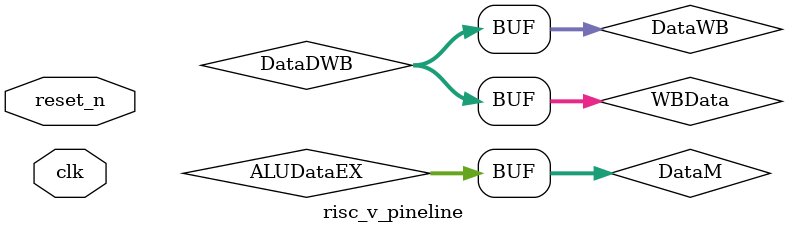
<source format=sv>
`timescale 1ns / 1ps


module risc_v_pineline(
    input clk,
    input reset_n
    );
    wire [31:0] PC_out,Instruction,DataDWB,DataA,DataB,PC_ID,Imm_ID,PC_EX,ALUDataEX,DataBEX,PC4_MEM,DataALU_MEM,DataR_MEM,WBData,Data_W_delay;
    wire [31:0] DataWB,DataM;
    wire [4:0] AddrDWB,AddrDID,AddrDEX,AddrDMEM,AddrAID,AddrBID,AddrD_delay; 
    wire PCSel,RegWEnWB,RegWEnID,RegWEnEX,MemRWID,ASelID,BSelID,MemRWEX,RegWEnMEM,RegWEn_delay;
    wire [3:0] ALUSel_ID;
    wire [1:0] WBSelID,WBSelMEM,WBSelEX; 
    wire [1:0] ForwardingA,ForwardingB;
    wire [2:0] funct3ID,funct3EX;
//    assign ForwardingA=2'b00;
//    assign ForwardingB=2'b00; 
    assign AddrDWB=AddrDMEM;
    assign RegWEnWB=RegWEnMEM;
    assign DataDWB=WBData;
    assign DataM=ALUDataEX;
    assign DataWB=WBData;
    IF_stage IF(.clk(clk),.reset_n(reset_n),.ALUData(ALUDataEX),.PCSel(PCSel),.PC_out(PC_out),.Instruction(Instruction));
    ID_stage ID(.clk(clk),.reset_n(reset_n),.Instruction(Instruction),.RegWEnWB(RegWEnWB),.AddrDWB(AddrDWB),.DataDWB(DataDWB),.PC(PC_out),.DataA(DataA),.DataB(DataB),.PC_out(PC_ID),.AddrD(AddrDID),.Imm(Imm_ID),.ALUSel(ALUSel_ID),.RegWEn(RegWEnID),.ASel(ASelID),.BSel(BSelID),.PCSel(PCSel),.WBSel(WBSelID),.funct3(funct3ID),.MemRW(MemRWID),.AddrA_out(AddrAID),.AddrB_out(AddrBID));
    EX_stage EX(.clk(clk),.reset_n(reset_n),.DataA(DataA),.DataB(DataB),.DataWB(DataWB),.DataM(DataM),.Imm(Imm_ID),.ForwardingA(ForwardingA),.ForwardingB(ForwardingB),.ASel(ASelID),.BSel(BSelID),.ALUSel(ALUSel_ID),.funct3(funct3ID),.MemRW(MemRWID),.RegWEn(RegWEnID),.AddrD(AddrDID),.WBSel(WBSelID),.PC(PC_ID),.funct3_out(funct3EX),.MemRW_out(MemRWEX),.RegWEn_out(RegWEnEX),.AddrD_out(AddrDEX),.WBSel_out(WBSelEX),.ALUData_out(ALUDataEX),.DataB_out(DataBEX),.PC_out(PC_EX),.Data_W_delay(Data_W_delay));
    MEM_stage MEM(.clk(clk) ,.reset_n(reset_n),.PC(PC_EX),.Addr(ALUDataEX),.WBSel(WBSelEX),.MemRW(MemRWEX),.DataW(DataBEX),.RegWEn(RegWEnEX),.AddrD(AddrDEX),.funct3(funct3EX),.PC4_out(PC4_MEM),.DataALU(DataALU_MEM),.DataR(DataR_MEM),.AddrD_out(AddrDMEM),.RegWEn_out(RegWEnMEM),.WBSel_out(WBSelMEM));
    MUX3to1 WB(.Select(WBSelMEM),.I0(DataR_MEM),.I1(DataALU_MEM),.I2(PC4_MEM),.result(WBData));
    Hazard_unit Hazard(.reset_n(reset_n),.RegWriteM(RegWEnEX),.RegWriteW(RegWEnMEM),.RD_M(AddrDEX),.RD_W(AddrDWB),.Rs1_E(AddrAID),.Rs2_E(AddrBID),.ForwardAE(ForwardingA),.ForwardBE(ForwardingB),.RD_W_delay(AddrD_delay),.RegWriteW_delay(RegWEn_delay));
    WB_delay WB_delay0(.clk(clk),.reset_n(reset_n),.AddrD(AddrDMEM),.RegWEn(RegWEnMEM),.DataD(WBData),.AddrD_out(AddrD_delay),.DataD_out(Data_W_delay),.RegWEn_out(RegWEn_delay));
endmodule

</source>
